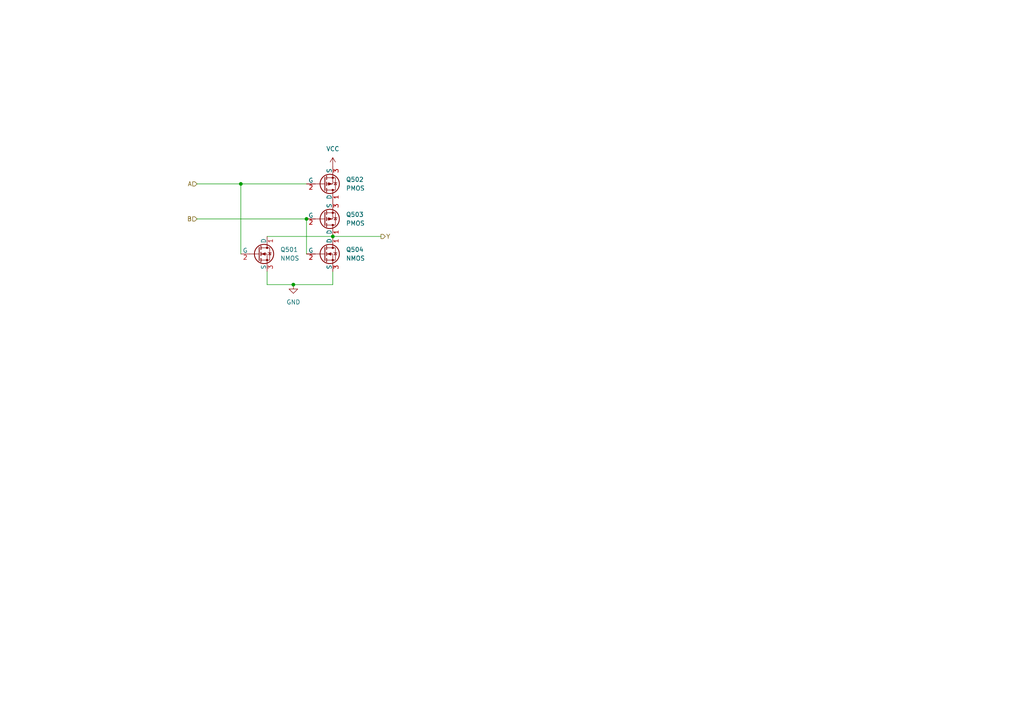
<source format=kicad_sch>
(kicad_sch (version 20250114) (generator "eeschema") (generator_version "9.0")
  (paper "A4")
  (lib_symbols
    (symbol "Simulation_SPICE:NMOS" (pin_names (offset 0))
      (property "Reference" "Q" (at 5.08 1.27 0))
      (property "Value" "NMOS" (at 5.08 -1.27 0))
      (symbol "NMOS_0_1"
        (polyline (pts (xy 0.254 1.905) (xy 0.254 -1.905)) (stroke (width 0.254)))
        (polyline (pts (xy 0.254 0) (xy -2.54 0)))
        (polyline (pts (xy 0.762 2.286) (xy 0.762 1.27)) (stroke (width 0.254)))
        (polyline (pts (xy 0.762 0.508) (xy 0.762 -0.508)) (stroke (width 0.254)))
        (polyline (pts (xy 0.762 -1.27) (xy 0.762 -2.286)) (stroke (width 0.254)))
        (polyline (pts (xy 0.762 -1.778) (xy 3.302 -1.778) (xy 3.302 1.778) (xy 0.762 1.778)))
        (polyline (pts (xy 1.016 0) (xy 2.032 0.381) (xy 2.032 -0.381) (xy 1.016 0)) (fill (type outline)))
        (circle (center 1.651 0) (radius 2.794) (stroke (width 0.254)))
        (polyline (pts (xy 2.54 2.54) (xy 2.54 1.778)))
        (circle (center 2.54 1.778) (radius 0.254) (fill (type outline)))
        (circle (center 2.54 -1.778) (radius 0.254) (fill (type outline)))
        (polyline (pts (xy 2.54 -2.54) (xy 2.54 0) (xy 0.762 0)))
        (polyline (pts (xy 2.794 0.508) (xy 2.921 0.381) (xy 3.683 0.381) (xy 3.81 0.254)))
        (polyline (pts (xy 3.302 0.381) (xy 2.921 -0.254) (xy 3.683 -0.254) (xy 3.302 0.381)))
      )
      (symbol "NMOS_1_1"
        (pin input line (at -5.08 0 0) (length 2.54) (name "G") (number "2"))
        (pin passive line (at 2.54 5.08 270) (length 2.54) (name "D") (number "1"))
        (pin passive line (at 2.54 -5.08 90) (length 2.54) (name "S") (number "3"))
      )
    )
    (symbol "Simulation_SPICE:PMOS" (pin_names (offset 0))
      (property "Reference" "Q" (at 5.08 1.27 0))
      (property "Value" "PMOS" (at 5.08 -1.27 0))
      (symbol "PMOS_0_1"
        (polyline (pts (xy 0.254 1.905) (xy 0.254 -1.905)) (stroke (width 0.254)))
        (polyline (pts (xy 0.254 0) (xy -2.54 0)))
        (polyline (pts (xy 0.762 2.286) (xy 0.762 1.27)) (stroke (width 0.254)))
        (polyline (pts (xy 0.762 1.778) (xy 3.302 1.778) (xy 3.302 -1.778) (xy 0.762 -1.778)))
        (polyline (pts (xy 0.762 0.508) (xy 0.762 -0.508)) (stroke (width 0.254)))
        (polyline (pts (xy 0.762 -1.27) (xy 0.762 -2.286)) (stroke (width 0.254)))
        (circle (center 1.651 0) (radius 2.794) (stroke (width 0.254)))
        (polyline (pts (xy 2.286 0) (xy 1.27 0.381) (xy 1.27 -0.381) (xy 2.286 0)) (fill (type outline)))
        (polyline (pts (xy 2.54 2.54) (xy 2.54 1.778)))
        (circle (center 2.54 1.778) (radius 0.254) (fill (type outline)))
        (circle (center 2.54 -1.778) (radius 0.254) (fill (type outline)))
        (polyline (pts (xy 2.54 -2.54) (xy 2.54 0) (xy 0.762 0)))
        (polyline (pts (xy 2.794 -0.508) (xy 2.921 -0.381) (xy 3.683 -0.381) (xy 3.81 -0.254)))
        (polyline (pts (xy 3.302 -0.381) (xy 2.921 0.254) (xy 3.683 0.254) (xy 3.302 -0.381)))
      )
      (symbol "PMOS_1_1"
        (pin input line (at -5.08 0 0) (length 2.54) (name "G") (number "2"))
        (pin passive line (at 2.54 5.08 270) (length 2.54) (name "D") (number "1"))
        (pin passive line (at 2.54 -5.08 90) (length 2.54) (name "S") (number "3"))
      )
    )
    (symbol "power:GND" (power) (pin_numbers (hide yes)) (pin_names (offset 0) (hide yes))
      (property "Value" "GND" (at 0 -3.81 0))
      (symbol "GND_0_1"
        (polyline (pts (xy 0 0) (xy 0 -1.27) (xy 1.27 -1.27) (xy 0 -2.54) (xy -1.27 -1.27) (xy 0 -1.27)))
      )
      (symbol "GND_1_1"
        (pin power_in line (at 0 0 270) (length 0) (name "~") (number "1"))
      )
    )
    (symbol "power:VCC" (power) (pin_numbers (hide yes)) (pin_names (offset 0) (hide yes))
      (property "Value" "VCC" (at 0 3.556 0))
      (symbol "VCC_0_1"
        (polyline (pts (xy -0.762 1.27) (xy 0 2.54)))
        (polyline (pts (xy 0 2.54) (xy 0.762 1.27)))
        (polyline (pts (xy 0 0) (xy 0 2.54)))
      )
      (symbol "VCC_1_1"
        (pin power_in line (at 0 0 90) (length 0) (name "~") (number "1"))
      )
    )
  )
  (junction (at 85.09 82.55))
  (junction (at 96.52 68.58))
  (junction (at 88.9 63.5))
  (junction (at 69.85 53.34))
  (wire (pts (xy 77.47 78.74) (xy 77.47 82.55)))
  (wire (pts (xy 57.15 53.34) (xy 69.85 53.34)))
  (wire (pts (xy 85.09 82.55) (xy 96.52 82.55)))
  (wire (pts (xy 77.47 68.58) (xy 96.52 68.58)))
  (wire (pts (xy 96.52 82.55) (xy 96.52 78.74)))
  (wire (pts (xy 88.9 53.34) (xy 69.85 53.34)))
  (wire (pts (xy 96.52 68.58) (xy 110.49 68.58)))
  (wire (pts (xy 88.9 63.5) (xy 88.9 73.66)))
  (wire (pts (xy 57.15 63.5) (xy 88.9 63.5)))
  (wire (pts (xy 69.85 53.34) (xy 69.85 73.66)))
  (wire (pts (xy 77.47 82.55) (xy 85.09 82.55)))
  (hierarchical_label "A" (shape input) (at 57.15 53.34 180))
  (hierarchical_label "Y" (shape output) (at 110.49 68.58 0))
  (hierarchical_label "B" (shape input) (at 57.15 63.5 180))
  (symbol (lib_id "power:VCC") (at 96.52 48.26 0) (unit 1)
    (property "Reference" "#PWR0202" (effects (hide yes)))
    (property "Value" "VCC" (at 96.52 43.18 0))
    (property "Description" "Power symbol creates a global label with name \"VCC\"" (effects (hide yes)))
    (instances (project "gate_nor_2in_8bit" (path "" (reference "#PWR0502") (unit 1)) (path "" (reference "#PWR0802") (unit 1)) (path "" (reference "#PWR0902") (unit 1)) (path "" (reference "#PWR0702") (unit 1)) (path "" (reference "#PWR0202") (unit 1)) (path "" (reference "#PWR0302") (unit 1)) (path "" (reference "#PWR0602") (unit 1)) (path "" (reference "#PWR0402") (unit 1))))
  )
  (symbol (lib_id "Simulation_SPICE:PMOS") (at 93.98 63.5 0) (mirror x) (unit 1)
    (property "Reference" "Q203" (at 100.33 62.2299 0) (effects (justify left)))
    (property "Value" "PMOS" (at 100.33 64.7699 0) (effects (justify left)))
    (property "Footprint" "Package_TO_SOT_SMD:TSOT-23" (effects (hide yes)))
    (property "Datasheet" "https://ngspice.sourceforge.io/docs/ngspice-html-manual/manual.xhtml#cha_MOSFETs" (effects (hide yes)))
    (property "Description" "P-MOSFET transistor, drain/source/gate" (effects (hide yes)))
    (property "Sim.Device" "PMOS" (effects (hide yes)))
    (property "Sim.Type" "MOS1" (effects (hide yes)))
    (property "Sim.Pins" "1=D 2=G 3=S" (effects (hide yes)))
    (instances (project "gate_nor_2in_8bit" (path "" (reference "Q503") (unit 1)) (path "" (reference "Q803") (unit 1)) (path "" (reference "Q903") (unit 1)) (path "" (reference "Q703") (unit 1)) (path "" (reference "Q203") (unit 1)) (path "" (reference "Q303") (unit 1)) (path "" (reference "Q603") (unit 1)) (path "" (reference "Q403") (unit 1))))
  )
  (symbol (lib_id "power:GND") (at 85.09 82.55 0) (unit 1)
    (property "Reference" "#PWR0201" (effects (hide yes)))
    (property "Value" "GND" (at 85.09 87.63 0))
    (property "Description" "Power symbol creates a global label with name \"GND\" , ground" (effects (hide yes)))
    (instances (project "gate_nor_2in_8bit" (path "" (reference "#PWR0501") (unit 1)) (path "" (reference "#PWR0801") (unit 1)) (path "" (reference "#PWR0901") (unit 1)) (path "" (reference "#PWR0701") (unit 1)) (path "" (reference "#PWR0201") (unit 1)) (path "" (reference "#PWR0301") (unit 1)) (path "" (reference "#PWR0601") (unit 1)) (path "" (reference "#PWR0401") (unit 1))))
  )
  (symbol (lib_id "Simulation_SPICE:PMOS") (at 93.98 53.34 0) (mirror x) (unit 1)
    (property "Reference" "Q202" (at 100.33 52.0699 0) (effects (justify left)))
    (property "Value" "PMOS" (at 100.33 54.6099 0) (effects (justify left)))
    (property "Footprint" "Package_TO_SOT_SMD:TSOT-23" (effects (hide yes)))
    (property "Datasheet" "https://ngspice.sourceforge.io/docs/ngspice-html-manual/manual.xhtml#cha_MOSFETs" (effects (hide yes)))
    (property "Description" "P-MOSFET transistor, drain/source/gate" (effects (hide yes)))
    (property "Sim.Device" "PMOS" (effects (hide yes)))
    (property "Sim.Type" "MOS1" (effects (hide yes)))
    (property "Sim.Pins" "1=D 2=G 3=S" (effects (hide yes)))
    (instances (project "gate_nor_2in_8bit" (path "" (reference "Q502") (unit 1)) (path "" (reference "Q802") (unit 1)) (path "" (reference "Q902") (unit 1)) (path "" (reference "Q702") (unit 1)) (path "" (reference "Q202") (unit 1)) (path "" (reference "Q302") (unit 1)) (path "" (reference "Q602") (unit 1)) (path "" (reference "Q402") (unit 1))))
  )
  (symbol (lib_id "Simulation_SPICE:NMOS") (at 74.93 73.66 0) (unit 1)
    (property "Reference" "Q201" (at 81.28 72.3899 0) (effects (justify left)))
    (property "Value" "NMOS" (at 81.28 74.9299 0) (effects (justify left)))
    (property "Footprint" "Package_TO_SOT_SMD:TSOT-23" (effects (hide yes)))
    (property "Datasheet" "https://ngspice.sourceforge.io/docs/ngspice-html-manual/manual.xhtml#cha_MOSFETs" (effects (hide yes)))
    (property "Description" "N-MOSFET transistor, drain/source/gate" (effects (hide yes)))
    (property "Sim.Device" "NMOS" (effects (hide yes)))
    (property "Sim.Type" "MOS1" (effects (hide yes)))
    (property "Sim.Pins" "1=D 2=G 3=S" (effects (hide yes)))
    (instances (project "gate_nor_2in_8bit" (path "" (reference "Q501") (unit 1)) (path "" (reference "Q801") (unit 1)) (path "" (reference "Q901") (unit 1)) (path "" (reference "Q701") (unit 1)) (path "" (reference "Q201") (unit 1)) (path "" (reference "Q301") (unit 1)) (path "" (reference "Q601") (unit 1)) (path "" (reference "Q401") (unit 1))))
  )
  (symbol (lib_id "Simulation_SPICE:NMOS") (at 93.98 73.66 0) (unit 1)
    (property "Reference" "Q204" (at 100.33 72.3899 0) (effects (justify left)))
    (property "Value" "NMOS" (at 100.33 74.9299 0) (effects (justify left)))
    (property "Footprint" "Package_TO_SOT_SMD:TSOT-23" (effects (hide yes)))
    (property "Datasheet" "https://ngspice.sourceforge.io/docs/ngspice-html-manual/manual.xhtml#cha_MOSFETs" (effects (hide yes)))
    (property "Description" "N-MOSFET transistor, drain/source/gate" (effects (hide yes)))
    (property "Sim.Device" "NMOS" (effects (hide yes)))
    (property "Sim.Type" "MOS1" (effects (hide yes)))
    (property "Sim.Pins" "1=D 2=G 3=S" (effects (hide yes)))
    (instances (project "gate_nor_2in_8bit" (path "" (reference "Q504") (unit 1)) (path "" (reference "Q804") (unit 1)) (path "" (reference "Q904") (unit 1)) (path "" (reference "Q704") (unit 1)) (path "" (reference "Q204") (unit 1)) (path "" (reference "Q304") (unit 1)) (path "" (reference "Q604") (unit 1)) (path "" (reference "Q404") (unit 1))))
  )
)
</source>
